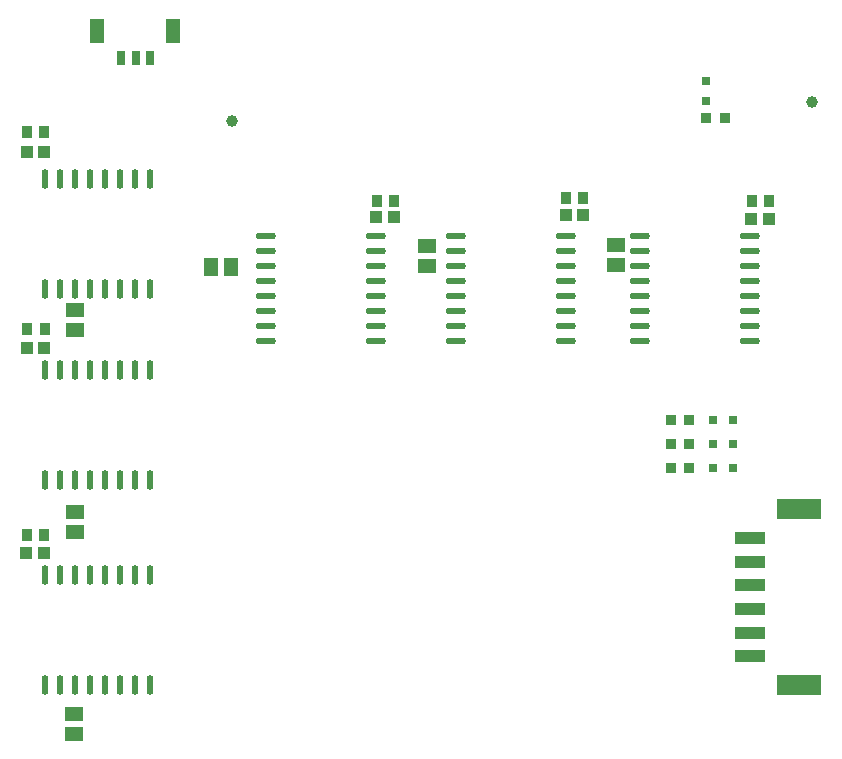
<source format=gtp>
G04*
G04 #@! TF.GenerationSoftware,Altium Limited,Altium Designer,18.1.11 (251)*
G04*
G04 Layer_Color=8421504*
%FSLAX25Y25*%
%MOIN*%
G70*
G01*
G75*
%ADD15C,0.03937*%
%ADD16R,0.03740X0.04134*%
%ADD17R,0.03150X0.04724*%
%ADD18R,0.05118X0.08465*%
%ADD19R,0.06102X0.04724*%
%ADD20R,0.04724X0.06102*%
%ADD21R,0.03150X0.03150*%
%ADD22O,0.02165X0.06693*%
%ADD23O,0.06693X0.02165*%
%ADD24R,0.14961X0.07087*%
%ADD25R,0.09843X0.03937*%
%ADD26R,0.04134X0.03937*%
%ADD27R,0.03347X0.03543*%
%ADD28R,0.03150X0.03150*%
D15*
X200400Y293500D02*
D03*
X393800Y299900D02*
D03*
D16*
X137554Y155400D02*
D03*
X131846D02*
D03*
X248646Y266700D02*
D03*
X254354D02*
D03*
X137854Y224100D02*
D03*
X132146D02*
D03*
X311646Y267900D02*
D03*
X317354D02*
D03*
X137554Y289600D02*
D03*
X131846D02*
D03*
X373646Y266600D02*
D03*
X379354D02*
D03*
D17*
X173100Y314500D02*
D03*
X168200D02*
D03*
X163300D02*
D03*
D18*
X180600Y323500D02*
D03*
X155400D02*
D03*
D19*
X147800Y89153D02*
D03*
Y95846D02*
D03*
X148000Y156454D02*
D03*
Y163146D02*
D03*
X265200Y251700D02*
D03*
Y245007D02*
D03*
X147900Y223607D02*
D03*
Y230300D02*
D03*
X328300Y252147D02*
D03*
Y245454D02*
D03*
D20*
X193454Y244800D02*
D03*
X200147D02*
D03*
D21*
X358465Y300193D02*
D03*
Y306693D02*
D03*
D22*
X137900Y173793D02*
D03*
X142900D02*
D03*
X147900D02*
D03*
X152900D02*
D03*
X157900D02*
D03*
X162900D02*
D03*
X167900D02*
D03*
X172900D02*
D03*
X137900Y210407D02*
D03*
X142900D02*
D03*
X147900D02*
D03*
X152900D02*
D03*
X157900D02*
D03*
X162900D02*
D03*
X167900D02*
D03*
X172900D02*
D03*
X137900Y105493D02*
D03*
X142900D02*
D03*
X147900D02*
D03*
X152900D02*
D03*
X157900D02*
D03*
X162900D02*
D03*
X167900D02*
D03*
X172900D02*
D03*
X137900Y142107D02*
D03*
X142900D02*
D03*
X147900D02*
D03*
X152900D02*
D03*
X157900D02*
D03*
X162900D02*
D03*
X167900D02*
D03*
X172900D02*
D03*
X137900Y237393D02*
D03*
X142900D02*
D03*
X147900D02*
D03*
X152900D02*
D03*
X157900D02*
D03*
X162900D02*
D03*
X167900D02*
D03*
X172900D02*
D03*
X137900Y274007D02*
D03*
X142900D02*
D03*
X147900D02*
D03*
X152900D02*
D03*
X157900D02*
D03*
X162900D02*
D03*
X167900D02*
D03*
X172900D02*
D03*
D23*
X211793Y255000D02*
D03*
Y250000D02*
D03*
Y245000D02*
D03*
Y240000D02*
D03*
Y235000D02*
D03*
Y230000D02*
D03*
Y225000D02*
D03*
Y220000D02*
D03*
X248407Y255000D02*
D03*
Y250000D02*
D03*
Y245000D02*
D03*
Y240000D02*
D03*
Y235000D02*
D03*
Y230000D02*
D03*
Y225000D02*
D03*
Y220000D02*
D03*
X274893Y255000D02*
D03*
Y250000D02*
D03*
Y245000D02*
D03*
Y240000D02*
D03*
Y235000D02*
D03*
Y230000D02*
D03*
Y225000D02*
D03*
Y220000D02*
D03*
X311507Y255000D02*
D03*
Y250000D02*
D03*
Y245000D02*
D03*
Y240000D02*
D03*
Y235000D02*
D03*
Y230000D02*
D03*
Y225000D02*
D03*
Y220000D02*
D03*
X336493Y255000D02*
D03*
Y250000D02*
D03*
Y245000D02*
D03*
Y240000D02*
D03*
Y235000D02*
D03*
Y230000D02*
D03*
Y225000D02*
D03*
Y220000D02*
D03*
X373107Y255000D02*
D03*
Y250000D02*
D03*
Y245000D02*
D03*
Y240000D02*
D03*
Y235000D02*
D03*
Y230000D02*
D03*
Y225000D02*
D03*
Y220000D02*
D03*
D24*
X389424Y163946D02*
D03*
Y105446D02*
D03*
D25*
X373024Y154446D02*
D03*
Y146546D02*
D03*
Y138646D02*
D03*
Y130746D02*
D03*
Y122846D02*
D03*
Y114946D02*
D03*
D26*
X131747Y149400D02*
D03*
X137653D02*
D03*
X254353Y261500D02*
D03*
X248447D02*
D03*
X131847Y217700D02*
D03*
X137753D02*
D03*
X317453Y262200D02*
D03*
X311547D02*
D03*
X131847Y283100D02*
D03*
X137753D02*
D03*
X379353Y260900D02*
D03*
X373447D02*
D03*
D27*
X358449Y294390D02*
D03*
X364551D02*
D03*
X352658Y177657D02*
D03*
X346555D02*
D03*
X352658Y185630D02*
D03*
X346555D02*
D03*
X352658Y193602D02*
D03*
X346555D02*
D03*
D28*
X360823Y193824D02*
D03*
X367323D02*
D03*
X360823Y185852D02*
D03*
X367323D02*
D03*
X360823Y177880D02*
D03*
X367323D02*
D03*
M02*

</source>
